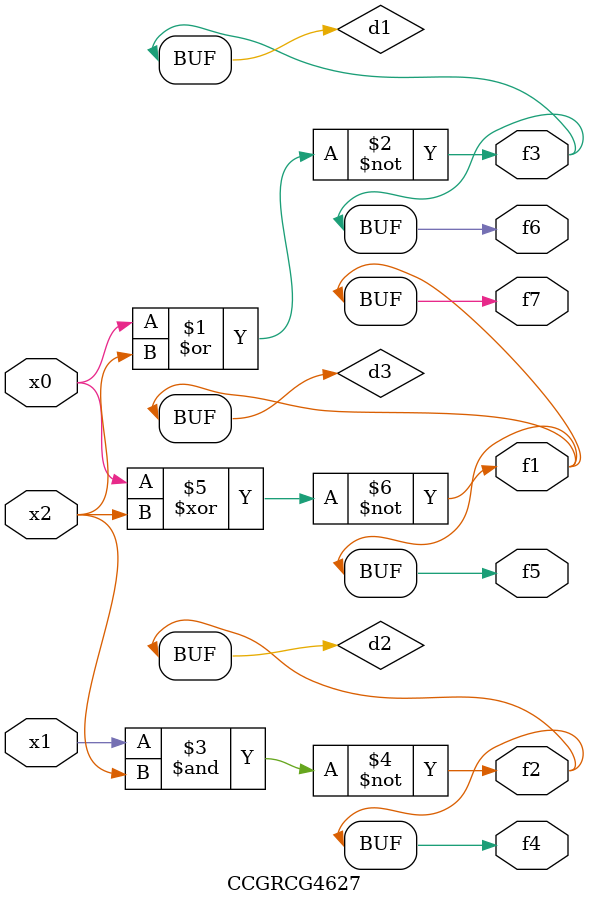
<source format=v>
module CCGRCG4627(
	input x0, x1, x2,
	output f1, f2, f3, f4, f5, f6, f7
);

	wire d1, d2, d3;

	nor (d1, x0, x2);
	nand (d2, x1, x2);
	xnor (d3, x0, x2);
	assign f1 = d3;
	assign f2 = d2;
	assign f3 = d1;
	assign f4 = d2;
	assign f5 = d3;
	assign f6 = d1;
	assign f7 = d3;
endmodule

</source>
